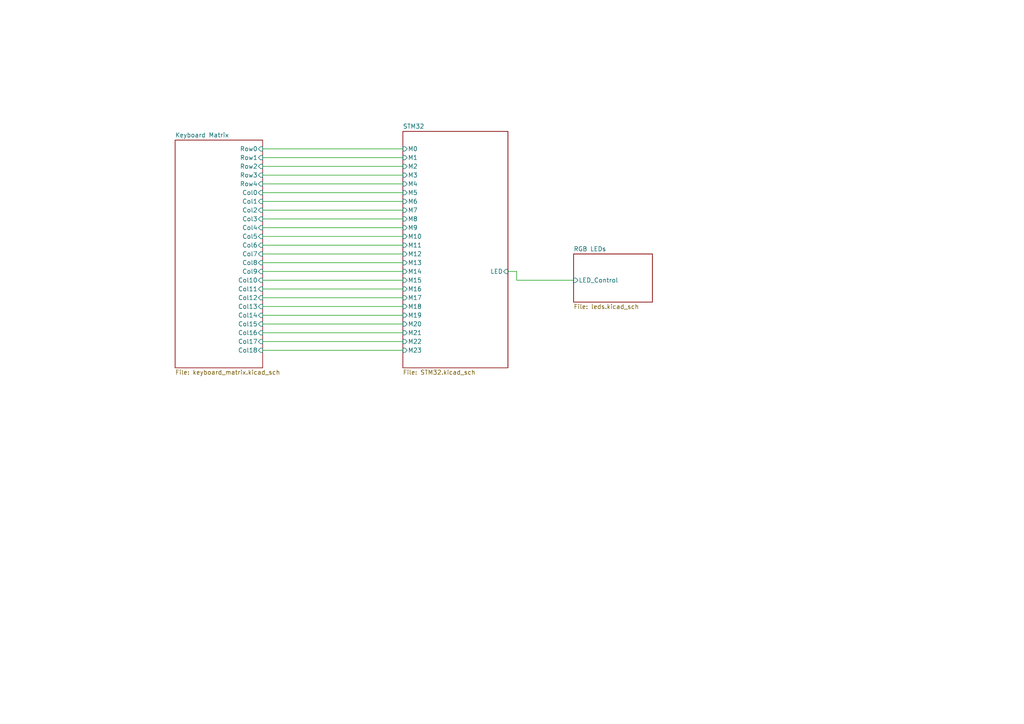
<source format=kicad_sch>
(kicad_sch
	(version 20231120)
	(generator "eeschema")
	(generator_version "8.0")
	(uuid "b5f28d8a-611d-48ff-9a02-46928dcaa688")
	(paper "A4")
	(lib_symbols)
	(wire
		(pts
			(xy 149.86 78.74) (xy 149.86 81.28)
		)
		(stroke
			(width 0)
			(type default)
		)
		(uuid "019ca48d-1f4f-4353-8fbb-dc72cacbd93c")
	)
	(wire
		(pts
			(xy 76.2 78.74) (xy 116.84 78.74)
		)
		(stroke
			(width 0)
			(type default)
		)
		(uuid "087dbca1-4063-42d9-ae40-0a8d70a12ab7")
	)
	(wire
		(pts
			(xy 76.2 73.66) (xy 116.84 73.66)
		)
		(stroke
			(width 0)
			(type default)
		)
		(uuid "1308597c-b1c2-44b8-b6fa-254e0b8f6888")
	)
	(wire
		(pts
			(xy 76.2 43.18) (xy 116.84 43.18)
		)
		(stroke
			(width 0)
			(type default)
		)
		(uuid "1a47d2da-cd2d-4a59-8e48-97495d61d804")
	)
	(wire
		(pts
			(xy 76.2 45.72) (xy 116.84 45.72)
		)
		(stroke
			(width 0)
			(type default)
		)
		(uuid "24410af6-9b00-49d9-ba47-2c48a665bfc4")
	)
	(wire
		(pts
			(xy 76.2 48.26) (xy 116.84 48.26)
		)
		(stroke
			(width 0)
			(type default)
		)
		(uuid "256e9162-4f44-4bcc-9c17-31332ff81365")
	)
	(wire
		(pts
			(xy 76.2 96.52) (xy 116.84 96.52)
		)
		(stroke
			(width 0)
			(type default)
		)
		(uuid "341a8215-b2a2-4ab7-867a-854906760b75")
	)
	(wire
		(pts
			(xy 76.2 81.28) (xy 116.84 81.28)
		)
		(stroke
			(width 0)
			(type default)
		)
		(uuid "37be8d8a-bcad-4758-99a8-76a84eeee66a")
	)
	(wire
		(pts
			(xy 76.2 91.44) (xy 116.84 91.44)
		)
		(stroke
			(width 0)
			(type default)
		)
		(uuid "53d84033-431e-45ee-a369-283c3b27de93")
	)
	(wire
		(pts
			(xy 76.2 88.9) (xy 116.84 88.9)
		)
		(stroke
			(width 0)
			(type default)
		)
		(uuid "5707ab8e-067f-4053-97de-5f3426100b78")
	)
	(wire
		(pts
			(xy 149.86 81.28) (xy 166.37 81.28)
		)
		(stroke
			(width 0)
			(type default)
		)
		(uuid "6039e65d-7957-4ef4-a988-12a608682751")
	)
	(wire
		(pts
			(xy 76.2 86.36) (xy 116.84 86.36)
		)
		(stroke
			(width 0)
			(type default)
		)
		(uuid "65f81ee1-5ecd-408b-b87c-3655ffaf0fcc")
	)
	(wire
		(pts
			(xy 76.2 63.5) (xy 116.84 63.5)
		)
		(stroke
			(width 0)
			(type default)
		)
		(uuid "7144b244-0e9d-4d9e-92b3-a87c03ee7899")
	)
	(wire
		(pts
			(xy 76.2 50.8) (xy 116.84 50.8)
		)
		(stroke
			(width 0)
			(type default)
		)
		(uuid "72d70274-3ba3-42f0-9972-0b173c0779c4")
	)
	(wire
		(pts
			(xy 76.2 68.58) (xy 116.84 68.58)
		)
		(stroke
			(width 0)
			(type default)
		)
		(uuid "7ba5104b-6cf1-46ae-b786-74d152509930")
	)
	(wire
		(pts
			(xy 76.2 66.04) (xy 116.84 66.04)
		)
		(stroke
			(width 0)
			(type default)
		)
		(uuid "86869b4a-ff2d-41b3-8383-2ebf0c5dd1e7")
	)
	(wire
		(pts
			(xy 76.2 71.12) (xy 116.84 71.12)
		)
		(stroke
			(width 0)
			(type default)
		)
		(uuid "941ee4fe-54ef-4cd6-a312-ba23ad373e24")
	)
	(wire
		(pts
			(xy 76.2 83.82) (xy 116.84 83.82)
		)
		(stroke
			(width 0)
			(type default)
		)
		(uuid "9655cf6f-b9fa-4b30-a97e-ffcd6a9ff3e9")
	)
	(wire
		(pts
			(xy 76.2 101.6) (xy 116.84 101.6)
		)
		(stroke
			(width 0)
			(type default)
		)
		(uuid "9fcec32b-b507-4aff-8728-9a75e323c1a3")
	)
	(wire
		(pts
			(xy 76.2 60.96) (xy 116.84 60.96)
		)
		(stroke
			(width 0)
			(type default)
		)
		(uuid "a7d6bbbb-504a-4137-a74b-4f7bbe5031a2")
	)
	(wire
		(pts
			(xy 76.2 99.06) (xy 116.84 99.06)
		)
		(stroke
			(width 0)
			(type default)
		)
		(uuid "b322f790-95fa-4cc6-b91e-23b6c52a8235")
	)
	(wire
		(pts
			(xy 76.2 55.88) (xy 116.84 55.88)
		)
		(stroke
			(width 0)
			(type default)
		)
		(uuid "c93c3e32-8269-4fe5-895f-cec37720e92b")
	)
	(wire
		(pts
			(xy 76.2 93.98) (xy 116.84 93.98)
		)
		(stroke
			(width 0)
			(type default)
		)
		(uuid "d00a324b-807b-43c2-8177-c8812b50cbd3")
	)
	(wire
		(pts
			(xy 147.32 78.74) (xy 149.86 78.74)
		)
		(stroke
			(width 0)
			(type default)
		)
		(uuid "d44ec230-11e0-4849-ae6c-22747e83627c")
	)
	(wire
		(pts
			(xy 76.2 76.2) (xy 116.84 76.2)
		)
		(stroke
			(width 0)
			(type default)
		)
		(uuid "e81442ff-9bd7-4dd6-9998-5c287ad0ae7a")
	)
	(wire
		(pts
			(xy 76.2 53.34) (xy 116.84 53.34)
		)
		(stroke
			(width 0)
			(type default)
		)
		(uuid "e8155f7f-387f-4d38-917a-6e3f9971b3ec")
	)
	(wire
		(pts
			(xy 76.2 58.42) (xy 116.84 58.42)
		)
		(stroke
			(width 0)
			(type default)
		)
		(uuid "f4cfcba8-864b-47fd-8ffd-26952a6360fc")
	)
	(sheet
		(at 50.8 40.64)
		(size 25.4 66.04)
		(fields_autoplaced yes)
		(stroke
			(width 0.1524)
			(type solid)
		)
		(fill
			(color 0 0 0 0.0000)
		)
		(uuid "0c0f44d8-261d-41ae-9cae-9be8cc9f6452")
		(property "Sheetname" "Keyboard Matrix"
			(at 50.8 39.9284 0)
			(effects
				(font
					(size 1.27 1.27)
				)
				(justify left bottom)
			)
		)
		(property "Sheetfile" "keyboard_matrix.kicad_sch"
			(at 50.8 107.2646 0)
			(effects
				(font
					(size 1.27 1.27)
				)
				(justify left top)
			)
		)
		(pin "Col17" input
			(at 76.2 99.06 0)
			(effects
				(font
					(size 1.27 1.27)
				)
				(justify right)
			)
			(uuid "b38abaf3-1c15-4043-92cb-0b039f4a33a9")
		)
		(pin "Col16" input
			(at 76.2 96.52 0)
			(effects
				(font
					(size 1.27 1.27)
				)
				(justify right)
			)
			(uuid "918c62f3-10d8-4743-9dad-2c66eb227123")
		)
		(pin "Col18" input
			(at 76.2 101.6 0)
			(effects
				(font
					(size 1.27 1.27)
				)
				(justify right)
			)
			(uuid "e513dd14-f2ee-49f0-a598-33a1e1d2a536")
		)
		(pin "Row4" input
			(at 76.2 53.34 0)
			(effects
				(font
					(size 1.27 1.27)
				)
				(justify right)
			)
			(uuid "6a9450f7-3696-4ca5-9c99-971083a427af")
		)
		(pin "Row3" input
			(at 76.2 50.8 0)
			(effects
				(font
					(size 1.27 1.27)
				)
				(justify right)
			)
			(uuid "28f71554-53e8-4b92-8cc7-6c51f9547e81")
		)
		(pin "Col12" input
			(at 76.2 86.36 0)
			(effects
				(font
					(size 1.27 1.27)
				)
				(justify right)
			)
			(uuid "90964a4b-4538-44ca-b049-5a308a66082b")
		)
		(pin "Col10" input
			(at 76.2 81.28 0)
			(effects
				(font
					(size 1.27 1.27)
				)
				(justify right)
			)
			(uuid "5cb6402a-ba52-4ce4-8593-7a805cc1fed6")
		)
		(pin "Col11" input
			(at 76.2 83.82 0)
			(effects
				(font
					(size 1.27 1.27)
				)
				(justify right)
			)
			(uuid "357dcc93-d9b5-461a-b476-839ab379caeb")
		)
		(pin "Col13" input
			(at 76.2 88.9 0)
			(effects
				(font
					(size 1.27 1.27)
				)
				(justify right)
			)
			(uuid "3f676713-fff9-4c10-8a4b-af7dfcb84fbc")
		)
		(pin "Col14" input
			(at 76.2 91.44 0)
			(effects
				(font
					(size 1.27 1.27)
				)
				(justify right)
			)
			(uuid "c5722c60-e927-418f-ab62-3cf7522d60ba")
		)
		(pin "Col15" input
			(at 76.2 93.98 0)
			(effects
				(font
					(size 1.27 1.27)
				)
				(justify right)
			)
			(uuid "fb3126ec-1205-4b48-a1fb-7119947c7483")
		)
		(pin "Row1" input
			(at 76.2 45.72 0)
			(effects
				(font
					(size 1.27 1.27)
				)
				(justify right)
			)
			(uuid "6d9c3a7d-5a8a-4db6-bc90-087213c1cab3")
		)
		(pin "Row0" input
			(at 76.2 43.18 0)
			(effects
				(font
					(size 1.27 1.27)
				)
				(justify right)
			)
			(uuid "b32f9b8d-5b6f-46ad-94f2-19e95666edc7")
		)
		(pin "Row2" input
			(at 76.2 48.26 0)
			(effects
				(font
					(size 1.27 1.27)
				)
				(justify right)
			)
			(uuid "2c6a2a76-929c-445c-bc56-83945a8e3c27")
		)
		(pin "Col6" input
			(at 76.2 71.12 0)
			(effects
				(font
					(size 1.27 1.27)
				)
				(justify right)
			)
			(uuid "766ccf9a-f739-460e-ae62-11067e83061e")
		)
		(pin "Col4" input
			(at 76.2 66.04 0)
			(effects
				(font
					(size 1.27 1.27)
				)
				(justify right)
			)
			(uuid "9f9ff73a-9233-4c60-ab56-3b8452134635")
		)
		(pin "Col5" input
			(at 76.2 68.58 0)
			(effects
				(font
					(size 1.27 1.27)
				)
				(justify right)
			)
			(uuid "9ae6247e-4c30-49c5-a823-d47ba8f9ba98")
		)
		(pin "Col8" input
			(at 76.2 76.2 0)
			(effects
				(font
					(size 1.27 1.27)
				)
				(justify right)
			)
			(uuid "62ffadf8-d863-4361-afee-254a3f1632c8")
		)
		(pin "Col2" input
			(at 76.2 60.96 0)
			(effects
				(font
					(size 1.27 1.27)
				)
				(justify right)
			)
			(uuid "07e88d32-2b5f-4b60-9f33-2172de14c8f1")
		)
		(pin "Col1" input
			(at 76.2 58.42 0)
			(effects
				(font
					(size 1.27 1.27)
				)
				(justify right)
			)
			(uuid "e735428f-5ce4-439c-b047-9335fa31cc66")
		)
		(pin "Col3" input
			(at 76.2 63.5 0)
			(effects
				(font
					(size 1.27 1.27)
				)
				(justify right)
			)
			(uuid "e8a5c708-aefc-47ea-802f-404b049aa92e")
		)
		(pin "Col0" input
			(at 76.2 55.88 0)
			(effects
				(font
					(size 1.27 1.27)
				)
				(justify right)
			)
			(uuid "3b81e562-62a1-464a-a43b-d1a515110fed")
		)
		(pin "Col9" input
			(at 76.2 78.74 0)
			(effects
				(font
					(size 1.27 1.27)
				)
				(justify right)
			)
			(uuid "5a7806cf-8e7a-4ed4-a3f0-a4f7a9db622e")
		)
		(pin "Col7" input
			(at 76.2 73.66 0)
			(effects
				(font
					(size 1.27 1.27)
				)
				(justify right)
			)
			(uuid "92c321c6-5322-474d-ad92-7cb4c7349bd5")
		)
		(instances
			(project "Migouner2"
				(path "/b5f28d8a-611d-48ff-9a02-46928dcaa688"
					(page "3")
				)
			)
		)
	)
	(sheet
		(at 166.37 73.66)
		(size 22.86 13.97)
		(fields_autoplaced yes)
		(stroke
			(width 0.1524)
			(type solid)
		)
		(fill
			(color 0 0 0 0.0000)
		)
		(uuid "3f32b57f-f488-45d9-9f89-0aee5585211d")
		(property "Sheetname" "RGB LEDs"
			(at 166.37 72.9484 0)
			(effects
				(font
					(size 1.27 1.27)
				)
				(justify left bottom)
			)
		)
		(property "Sheetfile" "leds.kicad_sch"
			(at 166.37 88.2146 0)
			(effects
				(font
					(size 1.27 1.27)
				)
				(justify left top)
			)
		)
		(pin "LED_Control" input
			(at 166.37 81.28 180)
			(effects
				(font
					(size 1.27 1.27)
				)
				(justify left)
			)
			(uuid "44b4d560-ff8a-4329-99b8-1abceee149c4")
		)
		(instances
			(project "Migouner2"
				(path "/b5f28d8a-611d-48ff-9a02-46928dcaa688"
					(page "4")
				)
			)
		)
	)
	(sheet
		(at 116.84 38.1)
		(size 30.48 68.58)
		(fields_autoplaced yes)
		(stroke
			(width 0.1524)
			(type solid)
		)
		(fill
			(color 0 0 0 0.0000)
		)
		(uuid "b1e2322e-deed-44ca-8ed8-8f2dfaf00953")
		(property "Sheetname" "STM32"
			(at 116.84 37.3884 0)
			(effects
				(font
					(size 1.27 1.27)
				)
				(justify left bottom)
			)
		)
		(property "Sheetfile" "STM32.kicad_sch"
			(at 116.84 107.2646 0)
			(effects
				(font
					(size 1.27 1.27)
				)
				(justify left top)
			)
		)
		(pin "M0" input
			(at 116.84 43.18 180)
			(effects
				(font
					(size 1.27 1.27)
				)
				(justify left)
			)
			(uuid "b1a81586-1920-4d4d-9293-36941299d5c1")
		)
		(pin "M3" input
			(at 116.84 50.8 180)
			(effects
				(font
					(size 1.27 1.27)
				)
				(justify left)
			)
			(uuid "6ae20a38-d5ff-46b8-b905-e7770e19ea02")
		)
		(pin "M4" input
			(at 116.84 53.34 180)
			(effects
				(font
					(size 1.27 1.27)
				)
				(justify left)
			)
			(uuid "f514d356-6688-43f3-9c77-eb1662542a6b")
		)
		(pin "M5" input
			(at 116.84 55.88 180)
			(effects
				(font
					(size 1.27 1.27)
				)
				(justify left)
			)
			(uuid "b5870d52-5e91-480d-9926-446b1b44d97d")
		)
		(pin "M6" input
			(at 116.84 58.42 180)
			(effects
				(font
					(size 1.27 1.27)
				)
				(justify left)
			)
			(uuid "ea917841-ac67-4bc0-a856-a98e3dc622ea")
		)
		(pin "M7" input
			(at 116.84 60.96 180)
			(effects
				(font
					(size 1.27 1.27)
				)
				(justify left)
			)
			(uuid "99b22e1a-c8fb-46d2-9eda-1f08749609a3")
		)
		(pin "M18" input
			(at 116.84 88.9 180)
			(effects
				(font
					(size 1.27 1.27)
				)
				(justify left)
			)
			(uuid "7e20f290-6f36-4d32-b356-8edd250b99f3")
		)
		(pin "M19" input
			(at 116.84 91.44 180)
			(effects
				(font
					(size 1.27 1.27)
				)
				(justify left)
			)
			(uuid "a274ce89-04f2-4f36-930e-d36551af711a")
		)
		(pin "M20" input
			(at 116.84 93.98 180)
			(effects
				(font
					(size 1.27 1.27)
				)
				(justify left)
			)
			(uuid "a94c974f-3c53-4a25-b730-b2b9d24af2dc")
		)
		(pin "M21" input
			(at 116.84 96.52 180)
			(effects
				(font
					(size 1.27 1.27)
				)
				(justify left)
			)
			(uuid "b7bad7aa-68ee-48da-9308-cc25e64fdc14")
		)
		(pin "M2" input
			(at 116.84 48.26 180)
			(effects
				(font
					(size 1.27 1.27)
				)
				(justify left)
			)
			(uuid "687791b9-ef34-4fa6-bb75-87535f786488")
		)
		(pin "M1" input
			(at 116.84 45.72 180)
			(effects
				(font
					(size 1.27 1.27)
				)
				(justify left)
			)
			(uuid "6846220b-797e-41ac-9c46-51c7bbb5285e")
		)
		(pin "M23" input
			(at 116.84 101.6 180)
			(effects
				(font
					(size 1.27 1.27)
				)
				(justify left)
			)
			(uuid "85231a9e-45eb-4458-b53d-8337f35857c1")
		)
		(pin "M22" input
			(at 116.84 99.06 180)
			(effects
				(font
					(size 1.27 1.27)
				)
				(justify left)
			)
			(uuid "db70eab5-9a82-4a1a-888d-b5c19a2434e0")
		)
		(pin "LED" input
			(at 147.32 78.74 0)
			(effects
				(font
					(size 1.27 1.27)
				)
				(justify right)
			)
			(uuid "4ec98a43-db62-481a-8bdd-4a8c17418fad")
		)
		(pin "M9" input
			(at 116.84 66.04 180)
			(effects
				(font
					(size 1.27 1.27)
				)
				(justify left)
			)
			(uuid "314b4b35-06ea-4bca-9359-c759c0c479cb")
		)
		(pin "M8" input
			(at 116.84 63.5 180)
			(effects
				(font
					(size 1.27 1.27)
				)
				(justify left)
			)
			(uuid "463805e8-bb66-4682-80a4-0474da15d3e2")
		)
		(pin "M10" input
			(at 116.84 68.58 180)
			(effects
				(font
					(size 1.27 1.27)
				)
				(justify left)
			)
			(uuid "4714f507-4717-4373-8f3e-0c73da4126de")
		)
		(pin "M11" input
			(at 116.84 71.12 180)
			(effects
				(font
					(size 1.27 1.27)
				)
				(justify left)
			)
			(uuid "6e7e7a5c-2ba0-440e-a69f-b58e6a9aee2b")
		)
		(pin "M12" input
			(at 116.84 73.66 180)
			(effects
				(font
					(size 1.27 1.27)
				)
				(justify left)
			)
			(uuid "3fba8d1e-de62-4c94-9e4a-5f96966cd5b3")
		)
		(pin "M13" input
			(at 116.84 76.2 180)
			(effects
				(font
					(size 1.27 1.27)
				)
				(justify left)
			)
			(uuid "b3fe2933-7358-4010-9427-061853e749ec")
		)
		(pin "M16" input
			(at 116.84 83.82 180)
			(effects
				(font
					(size 1.27 1.27)
				)
				(justify left)
			)
			(uuid "6e78ecce-7ec3-49fc-8c94-f7e193752a2a")
		)
		(pin "M14" input
			(at 116.84 78.74 180)
			(effects
				(font
					(size 1.27 1.27)
				)
				(justify left)
			)
			(uuid "89c43596-9c21-42a3-9c8b-62945c195878")
		)
		(pin "M15" input
			(at 116.84 81.28 180)
			(effects
				(font
					(size 1.27 1.27)
				)
				(justify left)
			)
			(uuid "2c97a069-6ac3-4bd7-b74a-2f4f3355c737")
		)
		(pin "M17" input
			(at 116.84 86.36 180)
			(effects
				(font
					(size 1.27 1.27)
				)
				(justify left)
			)
			(uuid "ef7b7bd6-62ab-4fa6-850a-31b0e314942b")
		)
		(instances
			(project "Migouner2"
				(path "/b5f28d8a-611d-48ff-9a02-46928dcaa688"
					(page "2")
				)
			)
		)
	)
	(sheet_instances
		(path "/"
			(page "1")
		)
	)
)

</source>
